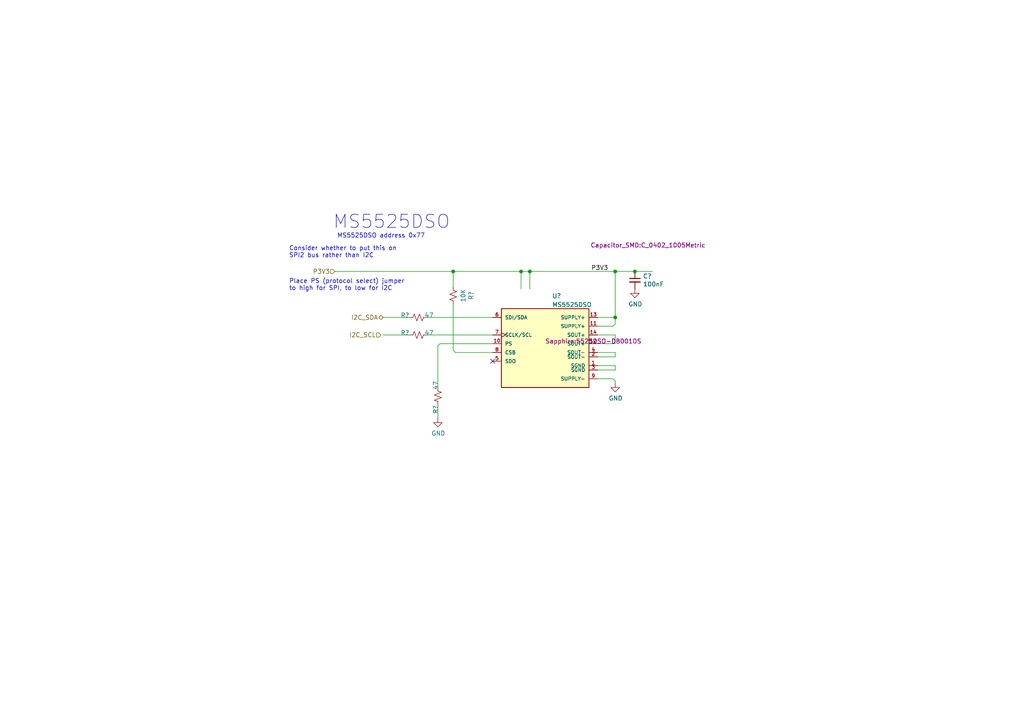
<source format=kicad_sch>
(kicad_sch (version 20211123) (generator eeschema)
  (paper "A4")
  (lib_symbols
    (symbol "Device:C_Small" (pin_numbers hide) (pin_names (offset 0.254) hide)
      (property "Reference" "C" (at 0.254 1.778 0))
      (property "Value" "C_Small" (at 0.254 -2.032 0))
      (symbol "C_Small_0_1"
        (polyline (pts (xy -1.524 -0.508) (xy 1.524 -0.508)) (stroke (width 0.3302)))
        (polyline (pts (xy -1.524 0.508) (xy 1.524 0.508)) (stroke (width 0.3048)))
      )
      (symbol "C_Small_1_1"
        (pin passive line (at 0 2.54 270) (length 2.032) (name "~") (number "1"))
        (pin passive line (at 0 -2.54 90) (length 2.032) (name "~") (number "2"))
      )
    )
    (symbol "Device:R_Small_US" (pin_numbers hide) (pin_names (offset 0.254) hide)
      (property "Reference" "R" (at 0.762 0.508 0))
      (property "Value" "R_Small_US" (at 0.762 -1.016 0))
      (symbol "R_Small_US_1_1"
        (polyline (pts (xy 0 0) (xy 1.016 -0.381) (xy 0 -0.762) (xy -1.016 -1.143) (xy 0 -1.524)))
        (polyline (pts (xy 0 1.524) (xy 1.016 1.143) (xy 0 0.762) (xy -1.016 0.381) (xy 0 0)))
        (pin passive line (at 0 2.54 270) (length 1.016) (name "~") (number "1"))
        (pin passive line (at 0 -2.54 90) (length 1.016) (name "~") (number "2"))
      )
    )
    (symbol "power:GND" (power) (pin_names (offset 0))
      (property "Value" "GND" (at 0 -3.81 0))
      (symbol "GND_0_1"
        (polyline (pts (xy 0 0) (xy 0 -1.27) (xy 1.27 -1.27) (xy 0 -2.54) (xy -1.27 -1.27) (xy 0 -1.27)))
      )
      (symbol "GND_1_1"
        (pin power_in line (at 0 0 270) (length 0) hide (name "GND") (number "1"))
      )
    )
    (symbol "sapphireMini:5525DSO-DB001DS" (pin_names (offset 1.016))
      (property "Reference" "U" (at -12.7254 10.1854 0))
      (property "Value" "5525DSO-DB001DS" (at -12.7254 -15.2654 0))
      (symbol "5525DSO-DB001DS_0_0"
        (rectangle (start -12.7 -12.7) (end 12.7 10.16) (stroke (width 0.254)) (fill (type background)))
        (pin power_in line (at 15.24 -6.35 180) (length 2.54) (name "SGND") (number "1"))
        (pin bidirectional line (at -15.24 0 0) (length 2.54) (name "PS") (number "10"))
        (pin power_in line (at 15.24 5.08 180) (length 2.54) (name "SUPPLY+") (number "11"))
        (pin output line (at 15.24 0 180) (length 2.54) (name "SOUT+") (number "12"))
        (pin power_in line (at 15.24 7.62 180) (length 2.54) (name "SUPPLY+") (number "13"))
        (pin output line (at 15.24 2.54 180) (length 2.54) (name "SOUT+") (number "14"))
        (pin output line (at 15.24 -3.81 180) (length 2.54) (name "SOUT-") (number "2"))
        (pin power_in line (at 15.24 -7.62 180) (length 2.54) (name "SGND") (number "3"))
        (pin output line (at 15.24 -2.54 180) (length 2.54) (name "SOUT-") (number "4"))
        (pin output line (at -15.24 -5.08 0) (length 2.54) (name "SDO") (number "5"))
        (pin input line (at -15.24 7.62 0) (length 2.54) (name "SDI/SDA") (number "6"))
        (pin input clock (at -15.24 2.54 0) (length 2.54) (name "SCLK/SCL") (number "7"))
        (pin bidirectional line (at -15.24 -2.54 0) (length 2.54) (name "CSB") (number "8"))
        (pin power_in line (at 15.24 -10.16 180) (length 2.54) (name "SUPPLY-") (number "9"))
      )
    )
  )
  (junction (at 178.435 78.74))
  (junction (at 151.13 78.74))
  (junction (at 178.435 92.075))
  (junction (at 153.67 78.74))
  (junction (at 184.15 78.74))
  (junction (at 131.445 78.74))
  (no_connect (at 142.875 104.775))
  (wire (pts (xy 127.635 99.695) (xy 127 100.33)))
  (wire (pts (xy 178.435 78.74) (xy 184.15 78.74)))
  (wire (pts (xy 127 117.475) (xy 127 121.285)))
  (wire (pts (xy 123.825 97.155) (xy 142.875 97.155)))
  (wire (pts (xy 178.435 106.045) (xy 178.435 107.315)))
  (wire (pts (xy 151.13 78.74) (xy 153.67 78.74)))
  (wire (pts (xy 142.875 99.695) (xy 127.635 99.695)))
  (wire (pts (xy 178.435 99.695) (xy 173.355 99.695)))
  (wire (pts (xy 151.13 83.82) (xy 151.13 78.74)))
  (wire (pts (xy 178.435 92.075) (xy 178.435 78.74)))
  (wire (pts (xy 111.125 97.155) (xy 118.745 97.155)))
  (wire (pts (xy 184.15 78.74) (xy 189.23 78.74)))
  (wire (pts (xy 173.355 109.855) (xy 177.8 109.855)))
  (wire (pts (xy 177.8 109.855) (xy 178.435 110.49)))
  (wire (pts (xy 127 100.33) (xy 127 112.395)))
  (wire (pts (xy 153.67 78.74) (xy 178.435 78.74)))
  (wire (pts (xy 178.435 102.235) (xy 178.435 103.505)))
  (wire (pts (xy 173.355 94.615) (xy 177.8 94.615)))
  (wire (pts (xy 178.435 103.505) (xy 173.355 103.505)))
  (wire (pts (xy 178.435 110.49) (xy 178.435 111.125)))
  (wire (pts (xy 111.125 92.075) (xy 118.745 92.075)))
  (wire (pts (xy 132.08 102.235) (xy 131.445 101.6)))
  (wire (pts (xy 177.8 94.615) (xy 178.435 93.98)))
  (wire (pts (xy 131.445 88.265) (xy 131.445 101.6)))
  (wire (pts (xy 123.825 92.075) (xy 142.875 92.075)))
  (wire (pts (xy 97.155 78.74) (xy 131.445 78.74)))
  (wire (pts (xy 131.445 83.185) (xy 131.445 78.74)))
  (wire (pts (xy 178.435 107.315) (xy 173.355 107.315)))
  (wire (pts (xy 173.355 97.155) (xy 178.435 97.155)))
  (wire (pts (xy 173.355 102.235) (xy 178.435 102.235)))
  (wire (pts (xy 173.355 106.045) (xy 178.435 106.045)))
  (wire (pts (xy 131.445 78.74) (xy 151.13 78.74)))
  (wire (pts (xy 153.67 83.82) (xy 153.67 78.74)))
  (wire (pts (xy 173.355 92.075) (xy 178.435 92.075)))
  (wire (pts (xy 142.875 102.235) (xy 132.08 102.235)))
  (wire (pts (xy 178.435 93.98) (xy 178.435 92.075)))
  (wire (pts (xy 178.435 97.155) (xy 178.435 99.695)))
  (text "MS5525DSO" (at 96.52 66.675 0) (effects (font (size 3.81 3.81)) (justify left bottom)))
  (text "Place PS (protocol select) jumper\nto high for SPI, to low for I2C" (at 83.82 84.455 0) (effects (font (size 1.27 1.27)) (justify left bottom)))
  (text "Consider whether to put this on\nSPI2 bus rather than I2C" (at 83.82 74.93 0) (effects (font (size 1.27 1.27)) (justify left bottom)))
  (text "MS5525DSO address 0x77" (at 97.79 69.215 0) (effects (font (size 1.27 1.27)) (justify left bottom)))
  (label "P3V3" (at 171.45 78.74 0))
  (hierarchical_label "I2C_SDA" (shape bidirectional) (at 111.125 92.075 180))
  (hierarchical_label "P3V3" (shape input) (at 97.155 78.74 180))
  (hierarchical_label "I2C_SCL" (shape input) (at 110.49 97.155 180))
  (symbol (lib_id "Device:R_Small_US") (at 131.445 85.725 180) (unit 1)
    (property "Reference" "R?" (at 136.652 85.725 90))
    (property "Value" "10K" (at 134.3406 85.725 90))
    (property "Footprint" "Resistor_SMD:R_0603_1608Metric" (effects hide))
    (property "DigiKey Price" "0.05" (effects hide))
    (property "MPN" "CRCW060347R0FKEAC" (effects hide))
    (property "Manufacturer" "Vishay" (effects hide))
    (property "Tolerance" "5%" (effects hide))
    (property "Populate" "1" (effects hide))
    (property "MacroFab_PN" "MF-RES-0603-47" (effects hide))
    (property "Digi-Key_PN" "541-5440-1-ND" (effects hide))
    (property "Distributor" "Digikey" (effects hide))
    (property "DPN" "541-5440-1-ND" (effects hide))
    (property "Description" "47 Ohms ±1% 0.1W, 1/10W Chip Resistor 0603" (effects hide))
  )
  (symbol (lib_id "power:GND") (at 178.435 111.125 0) (unit 1)
    (property "Reference" "#PWR?" (effects hide))
    (property "Value" "GND" (at 178.562 115.5192 0))
  )
  (symbol (lib_id "power:GND") (at 184.15 83.82 0) (unit 1)
    (property "Reference" "#PWR?" (effects hide))
    (property "Value" "GND" (at 184.277 88.2142 0))
  )
  (symbol (lib_id "Device:R_Small_US") (at 127 114.935 0) (unit 1)
    (property "Reference" "R?" (at 126.365 118.745 90))
    (property "Value" "47" (at 126.365 111.76 90))
    (property "Footprint" "Resistor_SMD:R_0603_1608Metric" (effects hide))
    (property "DigiKey Price" "0.05" (effects hide))
    (property "MPN" "CRCW060347R0FKEAC" (effects hide))
    (property "Manufacturer" "Vishay" (effects hide))
    (property "Tolerance" "5%" (effects hide))
    (property "Populate" "1" (effects hide))
    (property "MacroFab_PN" "MF-RES-0603-47" (effects hide))
    (property "Digi-Key_PN" "541-5440-1-ND" (effects hide))
    (property "Distributor" "Digikey" (effects hide))
    (property "DPN" "541-5440-1-ND" (effects hide))
    (property "Description" "47 Ohms ±1% 0.1W, 1/10W Chip Resistor 0603" (effects hide))
  )
  (symbol (lib_id "Device:R_Small_US") (at 121.285 97.155 270) (unit 1)
    (property "Reference" "R?" (at 117.475 96.52 90))
    (property "Value" "47" (at 124.46 96.52 90))
    (property "Footprint" "Resistor_SMD:R_0603_1608Metric" (effects hide))
    (property "DigiKey Price" "0.05" (effects hide))
    (property "MPN" "CRCW060347R0FKEAC" (effects hide))
    (property "Manufacturer" "Vishay" (effects hide))
    (property "Tolerance" "5%" (effects hide))
    (property "Populate" "1" (effects hide))
    (property "MacroFab_PN" "MF-RES-0603-47" (effects hide))
    (property "Digi-Key_PN" "541-5440-1-ND" (effects hide))
    (property "Distributor" "Digikey" (effects hide))
    (property "DPN" "541-5440-1-ND" (effects hide))
    (property "Description" "47 Ohms ±1% 0.1W, 1/10W Chip Resistor 0603" (effects hide))
  )
  (symbol (lib_id "Device:R_Small_US") (at 121.285 92.075 270) (unit 1)
    (property "Reference" "R?" (at 117.475 91.44 90))
    (property "Value" "47" (at 124.46 91.44 90))
    (property "Footprint" "Resistor_SMD:R_0603_1608Metric" (effects hide))
    (property "DigiKey Price" "0.05" (effects hide))
    (property "MPN" "CRCW060347R0FKEAC" (effects hide))
    (property "Manufacturer" "Vishay" (effects hide))
    (property "Tolerance" "5%" (effects hide))
    (property "Populate" "1" (effects hide))
    (property "MacroFab_PN" "MF-RES-0603-47" (effects hide))
    (property "Digi-Key_PN" "541-5440-1-ND" (effects hide))
    (property "Distributor" "Digikey" (effects hide))
    (property "DPN" "541-5440-1-ND" (effects hide))
    (property "Description" "47 Ohms ±1% 0.1W, 1/10W Chip Resistor 0603" (effects hide))
  )
  (symbol (lib_id "power:GND") (at 127 121.285 0) (unit 1)
    (property "Reference" "#PWR?" (effects hide))
    (property "Value" "GND" (at 127.127 125.6792 0))
  )
  (symbol (lib_id "Device:C_Small") (at 184.15 81.28 0) (unit 1)
    (property "Reference" "C?" (at 186.4868 80.1116 0) (effects (justify left)))
    (property "Value" "100nF" (at 186.4868 82.423 0) (effects (justify left)))
    (property "Footprint" "Capacitor_SMD:C_0402_1005Metric" (at 187.96 71.12 0))
    (property "DigiKey Price" "0.10" (effects hide))
    (property "MPN" "CL05A104KA5NNNC" (effects hide))
    (property "Manufacturer" "Samsung" (effects hide))
    (property "Tolerance" "10%" (effects hide))
    (property "Voltage" "25" (effects hide))
    (property "Voltage Rating (DC)" "25 volt" (effects hide))
    (property "Populate" "1" (effects hide))
    (property "MacroFab_PN" "MF-CAP-0603-0.1uF" (effects hide))
    (property "Digi-Key_PN" "1276-1006-1-ND " (effects hide))
    (property "Distributor" "Digikey" (effects hide))
    (property "DPN" "1276-1006-1-ND " (effects hide))
    (property "Description" "0.1 µF ±10% 25V Ceramic Capacitor X5R 0402 (1005 Metric)" (effects hide))
  )
  (symbol (lib_id "sapphireMini:5525DSO-DB001DS") (at 158.115 99.695 0) (unit 1)
    (property "Reference" "U?" (at 160.1344 85.8352 0) (effects (justify left)))
    (property "Value" "MS5525DSO" (at 160.1344 88.3721 0) (effects (justify left)))
    (property "Footprint" "Sapphire:5525DSO-DB001DS" (at 158.115 99.695 0) (effects (justify left bottom)))
    (property "Datasheet" "https://www.te.com/commerce/DocumentDelivery/DDEController?Action=srchrtrv&DocNm=MS5525DSO&DocType=DS&DocLang=English" (effects hide))
    (property "Description" "Pressure Sensor 1PSI (6.89kPa) Differential Male - 0.12\" (3mm) Tube, Dual 24 b 14-SMD Module" (effects hide))
    (property "MPN" "5525DSO-DB001DS" (effects hide))
    (property "Comment" "5525DSO-DB001DS" (effects hide))
  )
)
</source>
